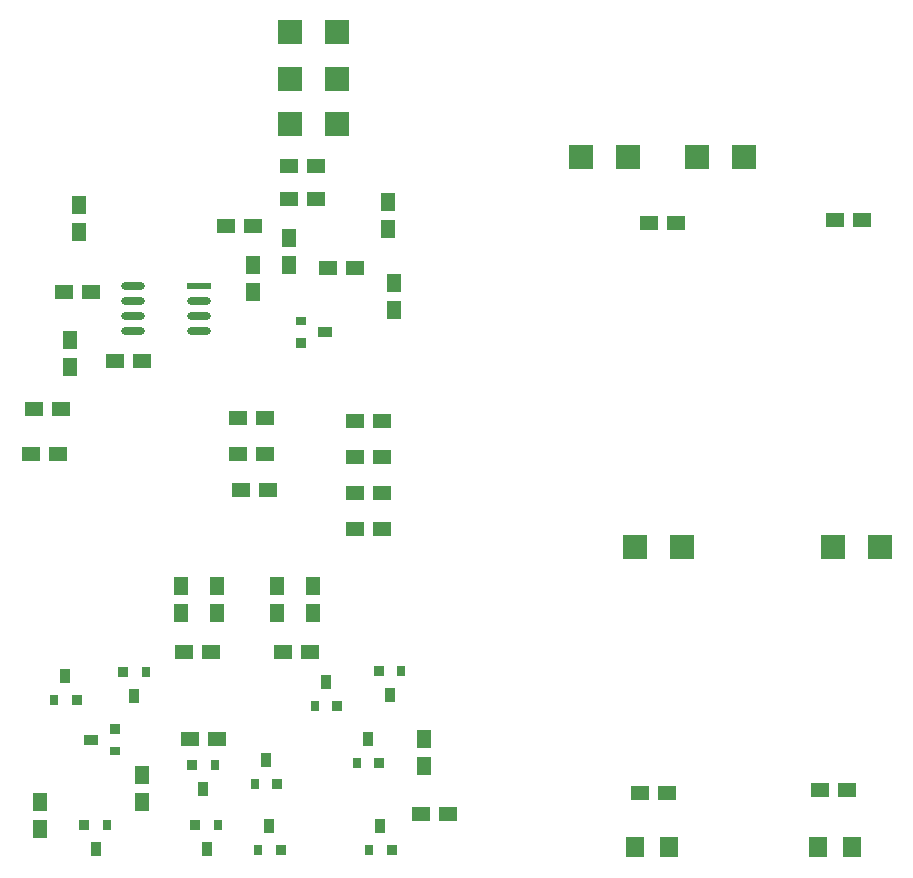
<source format=gbp>
G04 Layer_Color=128*
%FSLAX25Y25*%
%MOIN*%
G70*
G01*
G75*
%ADD10R,0.05000X0.06000*%
%ADD18R,0.06000X0.05000*%
%ADD34O,0.08000X0.02400*%
%ADD35R,0.08000X0.02400*%
%ADD36R,0.07874X0.07874*%
%ADD37R,0.06200X0.07000*%
%ADD38R,0.05000X0.03600*%
%ADD39R,0.03600X0.03600*%
%ADD40R,0.03600X0.03000*%
%ADD41R,0.03000X0.03600*%
%ADD42R,0.03600X0.03600*%
%ADD43R,0.03600X0.05000*%
D10*
X394006Y370000D02*
D03*
Y379000D02*
D03*
X397006Y415000D02*
D03*
Y424000D02*
D03*
X431132Y297000D02*
D03*
Y288000D02*
D03*
X443132Y297000D02*
D03*
Y288000D02*
D03*
X475132Y297000D02*
D03*
Y288000D02*
D03*
X463132Y297000D02*
D03*
Y288000D02*
D03*
X500126Y416000D02*
D03*
Y425000D02*
D03*
X467120Y413000D02*
D03*
Y404000D02*
D03*
X502120Y398000D02*
D03*
Y389000D02*
D03*
X383994Y216000D02*
D03*
Y225000D02*
D03*
X418006Y234000D02*
D03*
Y225000D02*
D03*
X512006Y246000D02*
D03*
Y237000D02*
D03*
X455006Y395000D02*
D03*
Y404000D02*
D03*
D18*
X390000Y341000D02*
D03*
X381000D02*
D03*
X391000Y356000D02*
D03*
X382000D02*
D03*
X392000Y395000D02*
D03*
X401000D02*
D03*
X409000Y371994D02*
D03*
X418000D02*
D03*
X455000Y417006D02*
D03*
X446000D02*
D03*
X432126Y275006D02*
D03*
X441126D02*
D03*
X474126Y274994D02*
D03*
X465126D02*
D03*
X593000Y228000D02*
D03*
X584000D02*
D03*
X596000Y418000D02*
D03*
X587000D02*
D03*
X653000Y229000D02*
D03*
X644000D02*
D03*
X658000Y419000D02*
D03*
X649000D02*
D03*
X467126Y437000D02*
D03*
X476126D02*
D03*
X467126Y426000D02*
D03*
X476126D02*
D03*
X480126Y402994D02*
D03*
X489126D02*
D03*
Y316006D02*
D03*
X498126D02*
D03*
X489126Y328006D02*
D03*
X498126D02*
D03*
X489126Y340006D02*
D03*
X498126D02*
D03*
X489126Y352006D02*
D03*
X498126D02*
D03*
X450126Y353006D02*
D03*
X459126D02*
D03*
X450126Y341006D02*
D03*
X459126D02*
D03*
X443000Y245994D02*
D03*
X434000D02*
D03*
X451126Y329006D02*
D03*
X460126D02*
D03*
X511000Y221006D02*
D03*
X520000D02*
D03*
D34*
X415126Y397000D02*
D03*
Y392000D02*
D03*
Y387000D02*
D03*
Y382000D02*
D03*
X437126D02*
D03*
Y387000D02*
D03*
Y392000D02*
D03*
D35*
Y397000D02*
D03*
D36*
X618748Y440000D02*
D03*
X603000D02*
D03*
X648252Y310000D02*
D03*
X664000D02*
D03*
X582252D02*
D03*
X598000D02*
D03*
X564252Y440006D02*
D03*
X580000D02*
D03*
X483126Y481500D02*
D03*
X467378D02*
D03*
X483126Y466000D02*
D03*
X467378D02*
D03*
Y451000D02*
D03*
X483126D02*
D03*
D37*
X654600Y210000D02*
D03*
X643400D02*
D03*
X593600D02*
D03*
X582400D02*
D03*
D38*
X479098Y381575D02*
D03*
X401028Y245425D02*
D03*
D39*
X471098Y377776D02*
D03*
X409028Y249224D02*
D03*
D40*
X471098Y385276D02*
D03*
X409028Y241724D02*
D03*
D41*
X406401Y217028D02*
D03*
X493851Y208972D02*
D03*
X419276Y268028D02*
D03*
X388775Y258972D02*
D03*
X443401Y217028D02*
D03*
X489724Y237972D02*
D03*
X475725Y256972D02*
D03*
X504523Y268528D02*
D03*
X442275Y237028D02*
D03*
X456850Y208972D02*
D03*
X455724Y230972D02*
D03*
D42*
X398902Y217028D02*
D03*
X501350Y208972D02*
D03*
X411775Y268028D02*
D03*
X396275Y258972D02*
D03*
X435901Y217028D02*
D03*
X497225Y237972D02*
D03*
X483224Y256972D02*
D03*
X497023Y268528D02*
D03*
X434775Y237028D02*
D03*
X464351Y208972D02*
D03*
X463225Y230972D02*
D03*
D43*
X402702Y209028D02*
D03*
X497550Y216972D02*
D03*
X415576Y260028D02*
D03*
X392476Y266972D02*
D03*
X439702Y209028D02*
D03*
X493425Y245972D02*
D03*
X479424Y264972D02*
D03*
X500823Y260528D02*
D03*
X438576Y229028D02*
D03*
X460550Y216972D02*
D03*
X459424Y238972D02*
D03*
M02*

</source>
